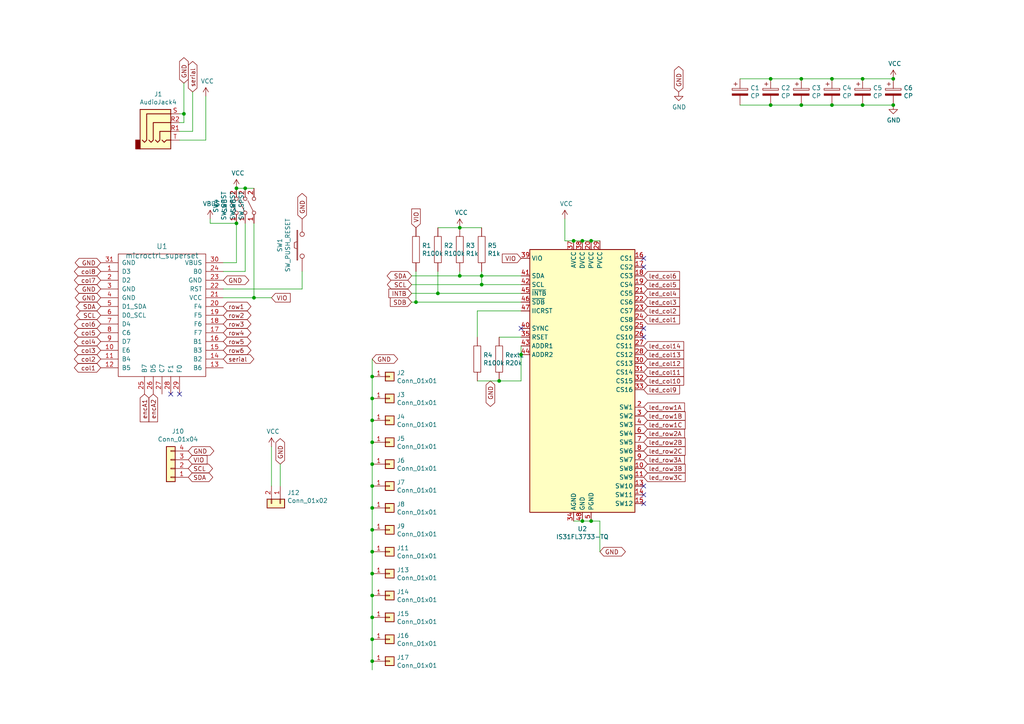
<source format=kicad_sch>
(kicad_sch (version 20211123) (generator eeschema)
  (paper "A4")
  (lib_symbols
    (symbol "Connector:AudioJack4"
      (property "Reference" "J" (at 0 8.89 0))
      (property "Value" "AudioJack4" (at 0 6.35 0))
      (symbol "AudioJack4_0_1"
        (rectangle (start -6.35 -5.08) (end -7.62 -7.62) (stroke (width 0.254)) (fill (type outline)))
        (polyline (pts (xy 0 -5.08) (xy 0.635 -5.715) (xy 1.27 -5.08) (xy 2.54 -5.08)) (stroke (width 0.254)))
        (polyline (pts (xy -5.715 -5.08) (xy -5.08 -5.715) (xy -4.445 -5.08) (xy -4.445 2.54) (xy 2.54 2.54)) (stroke (width 0.254)))
        (polyline (pts (xy -1.905 -5.08) (xy -1.27 -5.715) (xy -0.635 -5.08) (xy -0.635 -2.54) (xy 2.54 -2.54)) (stroke (width 0.254)))
        (polyline (pts (xy 2.54 0) (xy -2.54 0) (xy -2.54 -5.08) (xy -3.175 -5.715) (xy -3.81 -5.08)) (stroke (width 0.254)))
        (rectangle (start 2.54 3.81) (end -6.35 -7.62) (stroke (width 0.254)) (fill (type background)))
      )
      (symbol "AudioJack4_1_1"
        (pin passive line (at 5.08 -2.54 180) (length 2.54) (name "~") (number "R1"))
        (pin passive line (at 5.08 0 180) (length 2.54) (name "~") (number "R2"))
        (pin passive line (at 5.08 2.54 180) (length 2.54) (name "~") (number "S"))
        (pin passive line (at 5.08 -5.08 180) (length 2.54) (name "~") (number "T"))
      )
    )
    (symbol "Connector_Generic:Conn_01x01" (pin_names (offset 1.016) hide)
      (property "Reference" "J" (at 0 2.54 0))
      (property "Value" "Conn_01x01" (at 0 -2.54 0))
      (symbol "Conn_01x01_1_1"
        (rectangle (start -1.27 0.127) (end 0 -0.127) (stroke (width 0.1524)))
        (rectangle (start -1.27 1.27) (end 1.27 -1.27) (stroke (width 0.254)) (fill (type background)))
        (pin passive line (at -5.08 0 0) (length 3.81) (name "Pin_1") (number "1"))
      )
    )
    (symbol "Connector_Generic:Conn_01x02" (pin_names (offset 1.016) hide)
      (property "Reference" "J" (at 0 2.54 0))
      (property "Value" "Conn_01x02" (at 0 -5.08 0))
      (symbol "Conn_01x02_1_1"
        (rectangle (start -1.27 -2.413) (end 0 -2.667) (stroke (width 0.1524)))
        (rectangle (start -1.27 0.127) (end 0 -0.127) (stroke (width 0.1524)))
        (rectangle (start -1.27 1.27) (end 1.27 -3.81) (stroke (width 0.254)) (fill (type background)))
        (pin passive line (at -5.08 0 0) (length 3.81) (name "Pin_1") (number "1"))
        (pin passive line (at -5.08 -2.54 0) (length 3.81) (name "Pin_2") (number "2"))
      )
    )
    (symbol "Connector_Generic:Conn_01x04" (pin_names (offset 1.016) hide)
      (property "Reference" "J" (at 0 5.08 0))
      (property "Value" "Conn_01x04" (at 0 -7.62 0))
      (symbol "Conn_01x04_1_1"
        (rectangle (start -1.27 -4.953) (end 0 -5.207) (stroke (width 0.1524)))
        (rectangle (start -1.27 -2.413) (end 0 -2.667) (stroke (width 0.1524)))
        (rectangle (start -1.27 0.127) (end 0 -0.127) (stroke (width 0.1524)))
        (rectangle (start -1.27 2.667) (end 0 2.413) (stroke (width 0.1524)))
        (rectangle (start -1.27 3.81) (end 1.27 -6.35) (stroke (width 0.254)) (fill (type background)))
        (pin passive line (at -5.08 2.54 0) (length 3.81) (name "Pin_1") (number "1"))
        (pin passive line (at -5.08 0 0) (length 3.81) (name "Pin_2") (number "2"))
        (pin passive line (at -5.08 -2.54 0) (length 3.81) (name "Pin_3") (number "3"))
        (pin passive line (at -5.08 -5.08 0) (length 3.81) (name "Pin_4") (number "4"))
      )
    )
    (symbol "Device:CP" (pin_numbers hide) (pin_names (offset 0.254))
      (property "Reference" "C" (at 0.635 2.54 0))
      (property "Value" "Device_CP" (at 0.635 -2.54 0))
      (symbol "CP_0_1"
        (rectangle (start -2.286 0.508) (end 2.286 1.016))
        (polyline (pts (xy -1.778 2.286) (xy -0.762 2.286)))
        (polyline (pts (xy -1.27 2.794) (xy -1.27 1.778)))
        (rectangle (start 2.286 -0.508) (end -2.286 -1.016) (fill (type outline)))
      )
      (symbol "CP_1_1"
        (pin passive line (at 0 3.81 270) (length 2.794) (name "~") (number "1"))
        (pin passive line (at 0 -3.81 90) (length 2.794) (name "~") (number "2"))
      )
    )
    (symbol "Driver_LED:IS31FL3733-TQ"
      (property "Reference" "U" (at 0 1.27 0))
      (property "Value" "IS31FL3733-TQ" (at 0 -1.27 0))
      (symbol "IS31FL3733-TQ_0_1"
        (rectangle (start -15.24 38.1) (end 15.24 -38.1) (stroke (width 0.254)) (fill (type background)))
      )
      (symbol "IS31FL3733-TQ_1_1"
        (pin no_connect line (at -15.24 -33.02 0) (length 2.54) hide (name "NC") (number "1"))
        (pin input line (at 17.78 -25.4 180) (length 2.54) (name "SW8") (number "10"))
        (pin input line (at 17.78 -27.94 180) (length 2.54) (name "SW9") (number "11"))
        (pin passive line (at 2.54 -40.64 90) (length 2.54) hide (name "PGND") (number "12"))
        (pin input line (at 17.78 -30.48 180) (length 2.54) (name "SW10") (number "13"))
        (pin input line (at 17.78 -33.02 180) (length 2.54) (name "SW11") (number "14"))
        (pin input line (at 17.78 -35.56 180) (length 2.54) (name "SW12") (number "15"))
        (pin output line (at 17.78 35.56 180) (length 2.54) (name "CS1") (number "16"))
        (pin output line (at 17.78 33.02 180) (length 2.54) (name "CS2") (number "17"))
        (pin output line (at 17.78 30.48 180) (length 2.54) (name "CS3") (number "18"))
        (pin output line (at 17.78 27.94 180) (length 2.54) (name "CS4") (number "19"))
        (pin input line (at 17.78 -7.62 180) (length 2.54) (name "SW1") (number "2"))
        (pin power_in line (at 2.54 40.64 270) (length 2.54) (name "PVCC") (number "20"))
        (pin output line (at 17.78 25.4 180) (length 2.54) (name "CS5") (number "21"))
        (pin output line (at 17.78 22.86 180) (length 2.54) (name "CS6") (number "22"))
        (pin output line (at 17.78 20.32 180) (length 2.54) (name "CS7") (number "23"))
        (pin output line (at 17.78 17.78 180) (length 2.54) (name "CS8") (number "24"))
        (pin output line (at 17.78 15.24 180) (length 2.54) (name "CS9") (number "25"))
        (pin output line (at 17.78 12.7 180) (length 2.54) (name "CS10") (number "26"))
        (pin output line (at 17.78 10.16 180) (length 2.54) (name "CS11") (number "27"))
        (pin output line (at 17.78 7.62 180) (length 2.54) (name "CS12") (number "28"))
        (pin power_in line (at 5.08 40.64 270) (length 2.54) (name "PVCC") (number "29"))
        (pin input line (at 17.78 -10.16 180) (length 2.54) (name "SW2") (number "3"))
        (pin output line (at 17.78 5.08 180) (length 2.54) (name "CS13") (number "30"))
        (pin output line (at 17.78 2.54 180) (length 2.54) (name "CS14") (number "31"))
        (pin output line (at 17.78 0 180) (length 2.54) (name "CS15") (number "32"))
        (pin output line (at 17.78 -2.54 180) (length 2.54) (name "CS16") (number "33"))
        (pin power_in line (at -2.54 -40.64 90) (length 2.54) (name "AGND") (number "34"))
        (pin passive line (at -17.78 12.7 0) (length 2.54) (name "RSET") (number "35"))
        (pin no_connect line (at -15.24 -35.56 0) (length 2.54) hide (name "NC") (number "36"))
        (pin power_in line (at -2.54 40.64 270) (length 2.54) (name "AVCC") (number "37"))
        (pin power_in line (at 0 40.64 270) (length 2.54) (name "DVCC") (number "38"))
        (pin input line (at -17.78 35.56 0) (length 2.54) (name "VIO") (number "39"))
        (pin input line (at 17.78 -12.7 180) (length 2.54) (name "SW3") (number "4"))
        (pin input line (at -17.78 15.24 0) (length 2.54) (name "SYNC") (number "40"))
        (pin bidirectional line (at -17.78 30.48 0) (length 2.54) (name "SDA") (number "41"))
        (pin input line (at -17.78 27.94 0) (length 2.54) (name "SCL") (number "42"))
        (pin input line (at -17.78 10.16 0) (length 2.54) (name "ADDR1") (number "43"))
        (pin input line (at -17.78 7.62 0) (length 2.54) (name "ADDR2") (number "44"))
        (pin open_collector line (at -17.78 25.4 0) (length 2.54) (name "~{INTB}") (number "45"))
        (pin input line (at -17.78 22.86 0) (length 2.54) (name "~{SDB}") (number "46"))
        (pin input line (at -17.78 20.32 0) (length 2.54) (name "IICRST") (number "47"))
        (pin power_in line (at 0 -40.64 90) (length 2.54) (name "GND") (number "48"))
        (pin passive line (at 0 -40.64 90) (length 2.54) hide (name "GND") (number "49"))
        (pin power_in line (at 2.54 -40.64 90) (length 2.54) (name "PGND") (number "5"))
        (pin input line (at 17.78 -15.24 180) (length 2.54) (name "SW4") (number "6"))
        (pin input line (at 17.78 -17.78 180) (length 2.54) (name "SW5") (number "7"))
        (pin input line (at 17.78 -20.32 180) (length 2.54) (name "SW6") (number "8"))
        (pin input line (at 17.78 -22.86 180) (length 2.54) (name "SW7") (number "9"))
      )
    )
    (symbol "Switch:SW_SPST" (pin_names (offset 0) hide)
      (property "Reference" "SW" (at 0 3.175 0))
      (property "Value" "SW_SPST" (at 0 -2.54 0))
      (symbol "SW_SPST_0_0"
        (circle (center -2.032 0) (radius 0.508))
        (polyline (pts (xy -1.524 0.254) (xy 1.524 1.778)))
        (circle (center 2.032 0) (radius 0.508))
      )
      (symbol "SW_SPST_1_1"
        (pin passive line (at -5.08 0 0) (length 2.54) (name "A") (number "1"))
        (pin passive line (at 5.08 0 180) (length 2.54) (name "B") (number "2"))
      )
    )
    (symbol "keyboard_parts:SW_PUSH" (pin_numbers hide) (pin_names (offset 1.016) hide)
      (property "Reference" "SW" (at 3.81 2.794 0))
      (property "Value" "keyboard_parts_SW_PUSH" (at 0 -2.032 0))
      (symbol "SW_PUSH_0_1"
        (rectangle (start -4.318 1.27) (end 4.318 1.524))
        (polyline (pts (xy -1.016 1.524) (xy -0.762 2.286) (xy 0.762 2.286) (xy 1.016 1.524)))
        (pin passive inverted (at -7.62 0 0) (length 5.08) (name "1") (number "1"))
        (pin passive inverted (at 7.62 0 180) (length 5.08) (name "2") (number "2"))
      )
    )
    (symbol "power:GND" (power) (pin_names (offset 0))
      (property "Value" "GND" (at 0 -3.81 0))
      (symbol "GND_0_1"
        (polyline (pts (xy 0 0) (xy 0 -1.27) (xy 1.27 -1.27) (xy 0 -2.54) (xy -1.27 -1.27) (xy 0 -1.27)))
      )
      (symbol "GND_1_1"
        (pin power_in line (at 0 0 270) (length 0) hide (name "GND") (number "1"))
      )
    )
    (symbol "power:VBUS" (power) (pin_names (offset 0))
      (property "Value" "VBUS" (at 0 3.81 0))
      (symbol "VBUS_0_1"
        (polyline (pts (xy -0.762 1.27) (xy 0 2.54)))
        (polyline (pts (xy 0 0) (xy 0 2.54)))
        (polyline (pts (xy 0 2.54) (xy 0.762 1.27)))
      )
      (symbol "VBUS_1_1"
        (pin power_in line (at 0 0 90) (length 0) hide (name "VBUS") (number "1"))
      )
    )
    (symbol "power:VCC" (power) (pin_names (offset 0))
      (property "Value" "VCC" (at 0 3.81 0))
      (symbol "VCC_0_1"
        (polyline (pts (xy -0.762 1.27) (xy 0 2.54)))
        (polyline (pts (xy 0 0) (xy 0 2.54)))
        (polyline (pts (xy 0 2.54) (xy 0.762 1.27)))
      )
      (symbol "VCC_1_1"
        (pin power_in line (at 0 0 90) (length 0) hide (name "VCC") (number "1"))
      )
    )
    (symbol "pspice:R" (pin_numbers hide) (pin_names (offset 0))
      (property "Reference" "R" (at 2.032 0 90))
      (property "Value" "R" (at 0 0 90))
      (symbol "R_0_1"
        (rectangle (start -1.016 3.81) (end 1.016 -3.81))
      )
      (symbol "R_1_1"
        (pin passive line (at 0 6.35 270) (length 2.54) (name "~") (number "1"))
        (pin passive line (at 0 -6.35 90) (length 2.54) (name "~") (number "2"))
      )
    )
    (symbol "vladkvit_keyb:microctrl_superset" (pin_names (offset 1.016))
      (property "Reference" "U" (at 0 26.67 0))
      (property "Value" "microctrl_superset" (at 0 -5.08 0))
      (symbol "microctrl_superset_0_1"
        (rectangle (start -12.7 24.13) (end 12.7 -11.43))
      )
      (symbol "microctrl_superset_1_1"
        (pin bidirectional line (at -17.78 19.05 0) (length 5.08) (name "D3") (number "1"))
        (pin bidirectional line (at -17.78 -3.81 0) (length 5.08) (name "E6") (number "10"))
        (pin bidirectional line (at -17.78 -6.35 0) (length 5.08) (name "B4") (number "11"))
        (pin bidirectional line (at -17.78 -8.89 0) (length 5.08) (name "B5") (number "12"))
        (pin bidirectional line (at 17.78 -8.89 180) (length 5.08) (name "B6") (number "13"))
        (pin bidirectional line (at 17.78 -6.35 180) (length 5.08) (name "B2") (number "14"))
        (pin bidirectional line (at 17.78 -3.81 180) (length 5.08) (name "B3") (number "15"))
        (pin bidirectional line (at 17.78 -1.27 180) (length 5.08) (name "B1") (number "16"))
        (pin bidirectional line (at 17.78 1.27 180) (length 5.08) (name "F7") (number "17"))
        (pin bidirectional line (at 17.78 3.81 180) (length 5.08) (name "F6") (number "18"))
        (pin bidirectional line (at 17.78 6.35 180) (length 5.08) (name "F5") (number "19"))
        (pin bidirectional line (at -17.78 16.51 0) (length 5.08) (name "D2") (number "2"))
        (pin bidirectional line (at 17.78 8.89 180) (length 5.08) (name "F4") (number "20"))
        (pin power_in line (at 17.78 11.43 180) (length 5.08) (name "VCC") (number "21"))
        (pin input line (at 17.78 13.97 180) (length 5.08) (name "RST") (number "22"))
        (pin power_in line (at 17.78 16.51 180) (length 5.08) (name "GND") (number "23"))
        (pin bidirectional line (at 17.78 19.05 180) (length 5.08) (name "B0") (number "24"))
        (pin bidirectional line (at -5.08 -16.51 90) (length 5.08) (name "B7") (number "25"))
        (pin bidirectional line (at -2.54 -16.51 90) (length 5.08) (name "D5") (number "26"))
        (pin bidirectional line (at 0 -16.51 90) (length 5.08) (name "C7") (number "27"))
        (pin bidirectional line (at 2.54 -16.51 90) (length 5.08) (name "F1") (number "28"))
        (pin bidirectional line (at 5.08 -16.51 90) (length 5.08) (name "F0") (number "29"))
        (pin power_in line (at -17.78 13.97 0) (length 5.08) (name "GND") (number "3"))
        (pin power_out line (at 17.78 21.59 180) (length 5.08) (name "VBUS") (number "30"))
        (pin power_in line (at -17.78 21.59 0) (length 5.08) (name "GND") (number "31"))
        (pin power_in line (at -17.78 11.43 0) (length 5.08) (name "GND") (number "4"))
        (pin bidirectional line (at -17.78 8.89 0) (length 5.08) (name "D1_SDA") (number "5"))
        (pin bidirectional line (at -17.78 6.35 0) (length 5.08) (name "D0_SCL") (number "6"))
        (pin bidirectional line (at -17.78 3.81 0) (length 5.08) (name "D4") (number "7"))
        (pin bidirectional line (at -17.78 1.27 0) (length 5.08) (name "C6") (number "8"))
        (pin bidirectional line (at -17.78 -1.27 0) (length 5.08) (name "D7") (number "9"))
      )
    )
  )
  (junction (at 107.95 160.02))
  (junction (at 241.3 30.48))
  (junction (at 107.95 179.07))
  (junction (at 232.41 30.48))
  (junction (at 168.91 69.85))
  (junction (at 133.35 66.04))
  (junction (at 68.58 54.61))
  (junction (at 53.34 33.02))
  (junction (at 107.95 153.67))
  (junction (at 133.35 80.01))
  (junction (at 107.95 121.92))
  (junction (at 168.91 151.13))
  (junction (at 107.95 185.42))
  (junction (at 223.52 22.86))
  (junction (at 232.41 22.86))
  (junction (at 107.95 115.57))
  (junction (at 127 85.09))
  (junction (at 171.45 151.13))
  (junction (at 139.7 80.01))
  (junction (at 259.08 22.86))
  (junction (at 250.19 22.86))
  (junction (at 151.13 102.87))
  (junction (at 107.95 172.72))
  (junction (at 107.95 147.32))
  (junction (at 107.95 134.62))
  (junction (at 120.65 87.63))
  (junction (at 241.3 22.86))
  (junction (at 73.66 86.36))
  (junction (at 107.95 191.77))
  (junction (at 139.7 82.55))
  (junction (at 71.12 54.61))
  (junction (at 166.37 69.85))
  (junction (at 250.19 30.48))
  (junction (at 68.58 64.77))
  (junction (at 107.95 109.22))
  (junction (at 144.78 110.49))
  (junction (at 259.08 30.48))
  (junction (at 171.45 69.85))
  (junction (at 107.95 166.37))
  (junction (at 107.95 140.97))
  (junction (at 223.52 30.48))
  (junction (at 107.95 128.27))
  (no_connect (at 186.69 97.79))
  (no_connect (at 186.69 146.05))
  (no_connect (at 151.13 95.25))
  (no_connect (at 186.69 143.51))
  (no_connect (at 186.69 77.47))
  (no_connect (at 186.69 95.25))
  (no_connect (at 49.53 114.3))
  (no_connect (at 52.07 114.3))
  (no_connect (at 186.69 140.97))
  (no_connect (at 186.69 74.93))
  (wire (pts (xy 53.34 24.13) (xy 53.34 33.02)))
  (wire (pts (xy 127 78.74) (xy 127 85.09)))
  (wire (pts (xy 250.19 22.86) (xy 259.08 22.86)))
  (wire (pts (xy 138.43 110.49) (xy 144.78 110.49)))
  (wire (pts (xy 151.13 100.33) (xy 151.13 102.87)))
  (wire (pts (xy 119.38 87.63) (xy 120.65 87.63)))
  (wire (pts (xy 107.95 134.62) (xy 107.95 140.97)))
  (wire (pts (xy 107.95 115.57) (xy 107.95 121.92)))
  (wire (pts (xy 64.77 83.82) (xy 87.63 83.82)))
  (wire (pts (xy 64.77 86.36) (xy 73.66 86.36)))
  (wire (pts (xy 171.45 151.13) (xy 173.99 151.13)))
  (wire (pts (xy 73.66 86.36) (xy 78.74 86.36)))
  (wire (pts (xy 60.96 63.5) (xy 60.96 64.77)))
  (wire (pts (xy 59.69 27.94) (xy 59.69 40.64)))
  (wire (pts (xy 107.95 128.27) (xy 107.95 134.62)))
  (wire (pts (xy 107.95 121.92) (xy 107.95 128.27)))
  (wire (pts (xy 151.13 97.79) (xy 144.78 97.79)))
  (wire (pts (xy 171.45 69.85) (xy 173.99 69.85)))
  (wire (pts (xy 53.34 35.56) (xy 52.07 35.56)))
  (wire (pts (xy 71.12 54.61) (xy 73.66 54.61)))
  (wire (pts (xy 214.63 30.48) (xy 223.52 30.48)))
  (wire (pts (xy 107.95 153.67) (xy 107.95 160.02)))
  (wire (pts (xy 163.83 63.5) (xy 163.83 69.85)))
  (wire (pts (xy 163.83 69.85) (xy 166.37 69.85)))
  (wire (pts (xy 60.96 64.77) (xy 68.58 64.77)))
  (wire (pts (xy 107.95 109.22) (xy 107.95 115.57)))
  (wire (pts (xy 223.52 30.48) (xy 232.41 30.48)))
  (wire (pts (xy 138.43 90.17) (xy 138.43 97.79)))
  (wire (pts (xy 223.52 22.86) (xy 232.41 22.86)))
  (wire (pts (xy 73.66 64.77) (xy 73.66 86.36)))
  (wire (pts (xy 68.58 76.2) (xy 68.58 64.77)))
  (wire (pts (xy 53.34 33.02) (xy 52.07 33.02)))
  (wire (pts (xy 71.12 64.77) (xy 71.12 78.74)))
  (wire (pts (xy 107.95 191.77) (xy 107.95 194.31)))
  (wire (pts (xy 107.95 166.37) (xy 107.95 172.72)))
  (wire (pts (xy 151.13 110.49) (xy 144.78 110.49)))
  (wire (pts (xy 166.37 151.13) (xy 168.91 151.13)))
  (wire (pts (xy 120.65 78.74) (xy 120.65 87.63)))
  (wire (pts (xy 64.77 78.74) (xy 71.12 78.74)))
  (wire (pts (xy 133.35 78.74) (xy 133.35 80.01)))
  (wire (pts (xy 166.37 69.85) (xy 168.91 69.85)))
  (wire (pts (xy 139.7 80.01) (xy 151.13 80.01)))
  (wire (pts (xy 214.63 22.86) (xy 223.52 22.86)))
  (wire (pts (xy 68.58 54.61) (xy 71.12 54.61)))
  (wire (pts (xy 168.91 69.85) (xy 171.45 69.85)))
  (wire (pts (xy 133.35 80.01) (xy 139.7 80.01)))
  (wire (pts (xy 119.38 80.01) (xy 133.35 80.01)))
  (wire (pts (xy 107.95 179.07) (xy 107.95 185.42)))
  (wire (pts (xy 151.13 90.17) (xy 138.43 90.17)))
  (wire (pts (xy 107.95 172.72) (xy 107.95 179.07)))
  (wire (pts (xy 120.65 87.63) (xy 151.13 87.63)))
  (wire (pts (xy 52.07 40.64) (xy 59.69 40.64)))
  (wire (pts (xy 64.77 76.2) (xy 68.58 76.2)))
  (wire (pts (xy 139.7 78.74) (xy 139.7 80.01)))
  (wire (pts (xy 87.63 83.82) (xy 87.63 78.74)))
  (wire (pts (xy 81.28 134.62) (xy 81.28 140.97)))
  (wire (pts (xy 107.95 160.02) (xy 107.95 166.37)))
  (wire (pts (xy 139.7 80.01) (xy 139.7 82.55)))
  (wire (pts (xy 168.91 151.13) (xy 171.45 151.13)))
  (wire (pts (xy 232.41 22.86) (xy 241.3 22.86)))
  (wire (pts (xy 139.7 82.55) (xy 151.13 82.55)))
  (wire (pts (xy 241.3 30.48) (xy 250.19 30.48)))
  (wire (pts (xy 107.95 104.14) (xy 107.95 109.22)))
  (wire (pts (xy 52.07 38.1) (xy 55.88 38.1)))
  (wire (pts (xy 107.95 140.97) (xy 107.95 147.32)))
  (wire (pts (xy 151.13 102.87) (xy 151.13 110.49)))
  (wire (pts (xy 139.7 66.04) (xy 133.35 66.04)))
  (wire (pts (xy 232.41 30.48) (xy 241.3 30.48)))
  (wire (pts (xy 53.34 33.02) (xy 53.34 35.56)))
  (wire (pts (xy 107.95 147.32) (xy 107.95 153.67)))
  (wire (pts (xy 78.74 129.54) (xy 78.74 140.97)))
  (wire (pts (xy 107.95 185.42) (xy 107.95 191.77)))
  (wire (pts (xy 55.88 38.1) (xy 55.88 26.67)))
  (wire (pts (xy 133.35 66.04) (xy 127 66.04)))
  (wire (pts (xy 127 85.09) (xy 151.13 85.09)))
  (wire (pts (xy 119.38 85.09) (xy 127 85.09)))
  (wire (pts (xy 241.3 22.86) (xy 250.19 22.86)))
  (wire (pts (xy 250.19 30.48) (xy 259.08 30.48)))
  (wire (pts (xy 119.38 82.55) (xy 139.7 82.55)))
  (wire (pts (xy 173.99 151.13) (xy 173.99 160.02)))
  (global_label "GND" (shape bidirectional) (at 64.77 81.28 0) (property "Intersheet References" "${INTERSHEET_REFS}" (effects hide)))
  (global_label "led_col2" (shape input) (at 186.69 90.17 0) (property "Intersheet References" "${INTERSHEET_REFS}" (effects hide)))
  (global_label "led_col12" (shape input) (at 186.69 105.41 0) (property "Intersheet References" "${INTERSHEET_REFS}" (effects hide)))
  (global_label "GND" (shape bidirectional) (at 196.85 26.67 90) (property "Intersheet References" "${INTERSHEET_REFS}" (effects hide)))
  (global_label "VIO" (shape input) (at 54.61 133.35 0) (property "Intersheet References" "${INTERSHEET_REFS}" (effects hide)))
  (global_label "col2" (shape bidirectional) (at 29.21 104.14 180) (property "Intersheet References" "${INTERSHEET_REFS}" (effects hide)))
  (global_label "GND" (shape bidirectional) (at 29.21 76.2 180) (property "Intersheet References" "${INTERSHEET_REFS}" (effects hide)))
  (global_label "led_col11" (shape input) (at 186.69 107.95 0) (property "Intersheet References" "${INTERSHEET_REFS}" (effects hide)))
  (global_label "SDA" (shape bidirectional) (at 54.61 138.43 0) (property "Intersheet References" "${INTERSHEET_REFS}" (effects hide)))
  (global_label "col8" (shape bidirectional) (at 29.21 78.74 180) (property "Intersheet References" "${INTERSHEET_REFS}" (effects hide)))
  (global_label "led_row2C" (shape input) (at 186.69 130.81 0) (property "Intersheet References" "${INTERSHEET_REFS}" (effects hide)))
  (global_label "GND" (shape bidirectional) (at 142.24 110.49 270) (property "Intersheet References" "${INTERSHEET_REFS}" (effects hide)))
  (global_label "row1" (shape bidirectional) (at 64.77 88.9 0) (property "Intersheet References" "${INTERSHEET_REFS}" (effects hide)))
  (global_label "led_row1B" (shape input) (at 186.69 120.65 0) (property "Intersheet References" "${INTERSHEET_REFS}" (effects hide)))
  (global_label "GND" (shape bidirectional) (at 81.28 134.62 90) (property "Intersheet References" "${INTERSHEET_REFS}" (effects hide)))
  (global_label "serial" (shape bidirectional) (at 55.88 26.67 90) (property "Intersheet References" "${INTERSHEET_REFS}" (effects hide)))
  (global_label "GND" (shape bidirectional) (at 29.21 83.82 180) (property "Intersheet References" "${INTERSHEET_REFS}" (effects hide)))
  (global_label "led_col6" (shape input) (at 186.69 80.01 0) (property "Intersheet References" "${INTERSHEET_REFS}" (effects hide)))
  (global_label "led_col10" (shape input) (at 186.69 110.49 0) (property "Intersheet References" "${INTERSHEET_REFS}" (effects hide)))
  (global_label "SCL" (shape bidirectional) (at 119.38 82.55 180) (property "Intersheet References" "${INTERSHEET_REFS}" (effects hide)))
  (global_label "SCL" (shape bidirectional) (at 29.21 91.44 180) (property "Intersheet References" "${INTERSHEET_REFS}" (effects hide)))
  (global_label "row3" (shape bidirectional) (at 64.77 93.98 0) (property "Intersheet References" "${INTERSHEET_REFS}" (effects hide)))
  (global_label "row2" (shape bidirectional) (at 64.77 91.44 0) (property "Intersheet References" "${INTERSHEET_REFS}" (effects hide)))
  (global_label "GND" (shape bidirectional) (at 87.63 63.5 90) (property "Intersheet References" "${INTERSHEET_REFS}" (effects hide)))
  (global_label "led_col1" (shape input) (at 186.69 92.71 0) (property "Intersheet References" "${INTERSHEET_REFS}" (effects hide)))
  (global_label "row4" (shape bidirectional) (at 64.77 96.52 0) (property "Intersheet References" "${INTERSHEET_REFS}" (effects hide)))
  (global_label "row5" (shape bidirectional) (at 64.77 99.06 0) (property "Intersheet References" "${INTERSHEET_REFS}" (effects hide)))
  (global_label "col1" (shape bidirectional) (at 29.21 106.68 180) (property "Intersheet References" "${INTERSHEET_REFS}" (effects hide)))
  (global_label "led_col9" (shape input) (at 186.69 113.03 0) (property "Intersheet References" "${INTERSHEET_REFS}" (effects hide)))
  (global_label "GND" (shape bidirectional) (at 29.21 86.36 180) (property "Intersheet References" "${INTERSHEET_REFS}" (effects hide)))
  (global_label "GND" (shape bidirectional) (at 54.61 130.81 0) (property "Intersheet References" "${INTERSHEET_REFS}" (effects hide)))
  (global_label "GND" (shape bidirectional) (at 107.95 104.14 0) (property "Intersheet References" "${INTERSHEET_REFS}" (effects hide)))
  (global_label "led_row3B" (shape input) (at 186.69 135.89 0) (property "Intersheet References" "${INTERSHEET_REFS}" (effects hide)))
  (global_label "led_col13" (shape input) (at 186.69 102.87 0) (property "Intersheet References" "${INTERSHEET_REFS}" (effects hide)))
  (global_label "GND" (shape bidirectional) (at 53.34 24.13 90) (property "Intersheet References" "${INTERSHEET_REFS}" (effects hide)))
  (global_label "led_col4" (shape input) (at 186.69 85.09 0) (property "Intersheet References" "${INTERSHEET_REFS}" (effects hide)))
  (global_label "col5" (shape bidirectional) (at 29.21 96.52 180) (property "Intersheet References" "${INTERSHEET_REFS}" (effects hide)))
  (global_label "led_col3" (shape input) (at 186.69 87.63 0) (property "Intersheet References" "${INTERSHEET_REFS}" (effects hide)))
  (global_label "SDA" (shape bidirectional) (at 119.38 80.01 180) (property "Intersheet References" "${INTERSHEET_REFS}" (effects hide)))
  (global_label "encA1" (shape input) (at 41.91 114.3 270) (property "Intersheet References" "${INTERSHEET_REFS}" (effects hide)))
  (global_label "col4" (shape bidirectional) (at 29.21 99.06 180) (property "Intersheet References" "${INTERSHEET_REFS}" (effects hide)))
  (global_label "INTB" (shape input) (at 119.38 85.09 180) (property "Intersheet References" "${INTERSHEET_REFS}" (effects hide)))
  (global_label "led_row2B" (shape input) (at 186.69 128.27 0) (property "Intersheet References" "${INTERSHEET_REFS}" (effects hide)))
  (global_label "led_row3A" (shape input) (at 186.69 133.35 0) (property "Intersheet References" "${INTERSHEET_REFS}" (effects hide)))
  (global_label "VIO" (shape input) (at 78.74 86.36 0) (property "Intersheet References" "${INTERSHEET_REFS}" (effects hide)))
  (global_label "led_row3C" (shape input) (at 186.69 138.43 0) (property "Intersheet References" "${INTERSHEET_REFS}" (effects hide)))
  (global_label "SDA" (shape bidirectional) (at 29.21 88.9 180) (property "Intersheet References" "${INTERSHEET_REFS}" (effects hide)))
  (global_label "led_row2A" (shape input) (at 186.69 125.73 0) (property "Intersheet References" "${INTERSHEET_REFS}" (effects hide)))
  (global_label "led_col14" (shape input) (at 186.69 100.33 0) (property "Intersheet References" "${INTERSHEET_REFS}" (effects hide)))
  (global_label "led_row1C" (shape input) (at 186.69 123.19 0) (property "Intersheet References" "${INTERSHEET_REFS}" (effects hide)))
  (global_label "col6" (shape bidirectional) (at 29.21 93.98 180) (property "Intersheet References" "${INTERSHEET_REFS}" (effects hide)))
  (global_label "led_row1A" (shape input) (at 186.69 118.11 0) (property "Intersheet References" "${INTERSHEET_REFS}" (effects hide)))
  (global_label "led_col5" (shape input) (at 186.69 82.55 0) (property "Intersheet References" "${INTERSHEET_REFS}" (effects hide)))
  (global_label "SCL" (shape bidirectional) (at 54.61 135.89 0) (property "Intersheet References" "${INTERSHEET_REFS}" (effects hide)))
  (global_label "SDB" (shape input) (at 119.38 87.63 180) (property "Intersheet References" "${INTERSHEET_REFS}" (effects hide)))
  (global_label "row6" (shape bidirectional) (at 64.77 101.6 0) (property "Intersheet References" "${INTERSHEET_REFS}" (effects hide)))
  (global_label "col7" (shape bidirectional) (at 29.21 81.28 180) (property "Intersheet References" "${INTERSHEET_REFS}" (effects hide)))
  (global_label "serial" (shape bidirectional) (at 64.77 104.14 0) (property "Intersheet References" "${INTERSHEET_REFS}" (effects hide)))
  (global_label "VIO" (shape input) (at 151.13 74.93 180) (property "Intersheet References" "${INTERSHEET_REFS}" (effects hide)))
  (global_label "encA2" (shape input) (at 44.45 114.3 270) (property "Intersheet References" "${INTERSHEET_REFS}" (effects hide)))
  (global_label "GND" (shape bidirectional) (at 173.99 160.02 0) (property "Intersheet References" "${INTERSHEET_REFS}" (effects hide)))
  (global_label "col3" (shape bidirectional) (at 29.21 101.6 180) (property "Intersheet References" "${INTERSHEET_REFS}" (effects hide)))
  (global_label "VIO" (shape input) (at 120.65 66.04 90) (property "Intersheet References" "${INTERSHEET_REFS}" (effects hide)))
  (symbol (lib_id "Driver_LED:IS31FL3733-TQ") (at 168.91 110.49 0) (unit 1)
    (property "Reference" "U2" (at 168.91 153.3906 0))
    (property "Value" "IS31FL3733-TQ" (at 168.91 155.702 0))
    (property "Footprint" "Package_QFP:TQFP-48-1EP_7x7mm_P0.5mm_EP5x5mm" (effects hide))
    (property "Datasheet" "http://www.issi.com/WW/pdf/IS31FL3733.pdf" (effects hide))
  )
  (symbol (lib_id "vladkvit_keyb:microctrl_superset") (at 46.99 97.79 0) (unit 1)
    (property "Reference" "U1" (at 46.99 71.4502 0) (effects (font (size 1.524 1.524))))
    (property "Value" "microctrl_superset" (at 46.99 74.1426 0) (effects (font (size 1.524 1.524))))
    (property "Footprint" "vladkvit_keyb:microcontroller_eliteC_ninenano" (effects hide))
  )
  (symbol (lib_id "Device:CP") (at 259.08 26.67 0) (unit 1)
    (property "Reference" "C6" (at 262.0772 25.5016 0) (effects (justify left)))
    (property "Value" "CP" (at 262.0772 27.813 0) (effects (justify left)))
    (property "Footprint" "Capacitor_SMD:C_0805_2012Metric_Pad1.15x1.40mm_HandSolder" (effects hide))
  )
  (symbol (lib_id "Connector:AudioJack4") (at 46.99 35.56 0) (unit 1)
    (property "Reference" "J1" (at 45.8978 27.305 0))
    (property "Value" "AudioJack4" (at 45.8978 29.6164 0))
    (property "Footprint" "vladkvit_keyb:TRRS-PJ-320D" (effects hide))
  )
  (symbol (lib_id "keyboard_parts:SW_PUSH") (at 87.63 71.12 90) (unit 1)
    (property "Reference" "SW1" (at 81.153 71.12 0))
    (property "Value" "SW_PUSH_RESET" (at 83.4644 71.12 0))
    (property "Footprint" "Button_Switch_SMD:SW_Push_1P1T_NO_CK_KMR2" (effects hide))
  )
  (symbol (lib_id "power:GND") (at 196.85 26.67 0) (unit 1)
    (property "Reference" "#PWR0101" (effects hide))
    (property "Value" "GND" (at 196.977 31.0642 0))
  )
  (symbol (lib_id "power:VCC") (at 163.83 63.5 0) (unit 1)
    (property "Reference" "#PWR0102" (effects hide))
    (property "Value" "VCC" (at 164.2618 59.1058 0))
  )
  (symbol (lib_id "power:VCC") (at 68.58 54.61 0) (unit 1)
    (property "Reference" "#PWR0103" (effects hide))
    (property "Value" "VCC" (at 69.0118 50.2158 0))
  )
  (symbol (lib_id "power:VCC") (at 259.08 22.86 0) (unit 1)
    (property "Reference" "#PWR0104" (effects hide))
    (property "Value" "VCC" (at 259.5118 18.4658 0))
  )
  (symbol (lib_id "power:GND") (at 259.08 30.48 0) (unit 1)
    (property "Reference" "#PWR0105" (effects hide))
    (property "Value" "GND" (at 259.207 34.8742 0))
  )
  (symbol (lib_id "power:VCC") (at 133.35 66.04 0) (unit 1)
    (property "Reference" "#PWR0106" (effects hide))
    (property "Value" "VCC" (at 133.7818 61.6458 0))
  )
  (symbol (lib_id "pspice:R") (at 133.35 72.39 0) (unit 1)
    (property "Reference" "R3" (at 135.0772 71.2216 0) (effects (justify left)))
    (property "Value" "R1k" (at 135.0772 73.533 0) (effects (justify left)))
    (property "Footprint" "Resistor_SMD:R_0603_1608Metric_Pad1.05x0.95mm_HandSolder" (effects hide))
  )
  (symbol (lib_id "pspice:R") (at 139.7 72.39 0) (unit 1)
    (property "Reference" "R5" (at 141.4272 71.2216 0) (effects (justify left)))
    (property "Value" "R1k" (at 141.4272 73.533 0) (effects (justify left)))
    (property "Footprint" "Resistor_SMD:R_0603_1608Metric_Pad1.05x0.95mm_HandSolder" (effects hide))
  )
  (symbol (lib_id "Device:CP") (at 250.19 26.67 0) (unit 1)
    (property "Reference" "C5" (at 253.1872 25.5016 0) (effects (justify left)))
    (property "Value" "CP" (at 253.1872 27.813 0) (effects (justify left)))
    (property "Footprint" "Capacitor_SMD:C_0805_2012Metric_Pad1.15x1.40mm_HandSolder" (effects hide))
  )
  (symbol (lib_id "Device:CP") (at 241.3 26.67 0) (unit 1)
    (property "Reference" "C4" (at 244.2972 25.5016 0) (effects (justify left)))
    (property "Value" "CP" (at 244.2972 27.813 0) (effects (justify left)))
    (property "Footprint" "Capacitor_SMD:C_0805_2012Metric_Pad1.15x1.40mm_HandSolder" (effects hide))
  )
  (symbol (lib_id "Device:CP") (at 232.41 26.67 0) (unit 1)
    (property "Reference" "C3" (at 235.4072 25.5016 0) (effects (justify left)))
    (property "Value" "CP" (at 235.4072 27.813 0) (effects (justify left)))
    (property "Footprint" "Capacitor_SMD:C_0805_2012Metric_Pad1.15x1.40mm_HandSolder" (effects hide))
  )
  (symbol (lib_id "Device:CP") (at 223.52 26.67 0) (unit 1)
    (property "Reference" "C2" (at 226.5172 25.5016 0) (effects (justify left)))
    (property "Value" "CP" (at 226.5172 27.813 0) (effects (justify left)))
    (property "Footprint" "Capacitor_SMD:C_0805_2012Metric_Pad1.15x1.40mm_HandSolder" (effects hide))
  )
  (symbol (lib_id "Device:CP") (at 214.63 26.67 0) (unit 1)
    (property "Reference" "C1" (at 217.6272 25.5016 0) (effects (justify left)))
    (property "Value" "CP" (at 217.6272 27.813 0) (effects (justify left)))
    (property "Footprint" "Capacitor_SMD:C_0805_2012Metric_Pad1.15x1.40mm_HandSolder" (effects hide))
  )
  (symbol (lib_id "pspice:R") (at 144.78 104.14 0) (unit 1)
    (property "Reference" "Rext1" (at 146.5072 102.9716 0) (effects (justify left)))
    (property "Value" "R20k" (at 146.5072 105.283 0) (effects (justify left)))
    (property "Footprint" "Resistor_SMD:R_0603_1608Metric_Pad1.05x0.95mm_HandSolder" (effects hide))
  )
  (symbol (lib_id "pspice:R") (at 138.43 104.14 0) (unit 1)
    (property "Reference" "R4" (at 140.1572 102.9716 0) (effects (justify left)))
    (property "Value" "R100k" (at 140.1572 105.283 0) (effects (justify left)))
    (property "Footprint" "Resistor_SMD:R_0603_1608Metric_Pad1.05x0.95mm_HandSolder" (effects hide))
  )
  (symbol (lib_id "pspice:R") (at 127 72.39 0) (unit 1)
    (property "Reference" "R2" (at 128.7272 71.2216 0) (effects (justify left)))
    (property "Value" "R100k" (at 128.7272 73.533 0) (effects (justify left)))
    (property "Footprint" "Resistor_SMD:R_0603_1608Metric_Pad1.05x0.95mm_HandSolder" (effects hide))
  )
  (symbol (lib_id "pspice:R") (at 120.65 72.39 0) (unit 1)
    (property "Reference" "R1" (at 122.3772 71.2216 0) (effects (justify left)))
    (property "Value" "R100k" (at 122.3772 73.533 0) (effects (justify left)))
    (property "Footprint" "Resistor_SMD:R_0603_1608Metric_Pad1.05x0.95mm_HandSolder" (effects hide))
  )
  (symbol (lib_id "power:VCC") (at 59.69 27.94 0) (unit 1)
    (property "Reference" "#PWR0107" (effects hide))
    (property "Value" "VCC" (at 60.1218 23.5458 0))
  )
  (symbol (lib_id "Connector_Generic:Conn_01x01") (at 113.03 109.22 0) (unit 1)
    (property "Reference" "J2" (at 115.062 108.1532 0) (effects (justify left)))
    (property "Value" "Conn_01x01" (at 115.062 110.4646 0) (effects (justify left)))
    (property "Footprint" "vladkvit_keyb:SMTSO_mount_m2.5" (effects hide))
  )
  (symbol (lib_id "Connector_Generic:Conn_01x01") (at 113.03 115.57 0) (unit 1)
    (property "Reference" "J3" (at 115.062 114.5032 0) (effects (justify left)))
    (property "Value" "Conn_01x01" (at 115.062 116.8146 0) (effects (justify left)))
    (property "Footprint" "vladkvit_keyb:SMTSO_mount_m2.5" (effects hide))
  )
  (symbol (lib_id "Connector_Generic:Conn_01x01") (at 113.03 121.92 0) (unit 1)
    (property "Reference" "J4" (at 115.062 120.8532 0) (effects (justify left)))
    (property "Value" "Conn_01x01" (at 115.062 123.1646 0) (effects (justify left)))
    (property "Footprint" "vladkvit_keyb:m2.5_hole" (effects hide))
  )
  (symbol (lib_id "Connector_Generic:Conn_01x01") (at 113.03 134.62 0) (unit 1)
    (property "Reference" "J6" (at 115.062 133.5532 0) (effects (justify left)))
    (property "Value" "Conn_01x01" (at 115.062 135.8646 0) (effects (justify left)))
    (property "Footprint" "vladkvit_keyb:SMTSO_mount_m2.5" (effects hide))
  )
  (symbol (lib_id "Connector_Generic:Conn_01x01") (at 113.03 147.32 0) (unit 1)
    (property "Reference" "J8" (at 115.062 146.2532 0) (effects (justify left)))
    (property "Value" "Conn_01x01" (at 115.062 148.5646 0) (effects (justify left)))
    (property "Footprint" "vladkvit_keyb:m2.5_hole" (effects hide))
  )
  (symbol (lib_id "Connector_Generic:Conn_01x01") (at 113.03 128.27 0) (unit 1)
    (property "Reference" "J5" (at 115.062 127.2032 0) (effects (justify left)))
    (property "Value" "Conn_01x01" (at 115.062 129.5146 0) (effects (justify left)))
    (property "Footprint" "vladkvit_keyb:SMTSO_mount_m2.5" (effects hide))
  )
  (symbol (lib_id "Connector_Generic:Conn_01x01") (at 113.03 140.97 0) (unit 1)
    (property "Reference" "J7" (at 115.062 139.9032 0) (effects (justify left)))
    (property "Value" "Conn_01x01" (at 115.062 142.2146 0) (effects (justify left)))
    (property "Footprint" "vladkvit_keyb:SMTSO_mount_m2.5" (effects hide))
  )
  (symbol (lib_id "Connector_Generic:Conn_01x01") (at 113.03 153.67 0) (unit 1)
    (property "Reference" "J9" (at 115.062 152.6032 0) (effects (justify left)))
    (property "Value" "Conn_01x01" (at 115.062 154.9146 0) (effects (justify left)))
    (property "Footprint" "vladkvit_keyb:SMTSO_mount_m2.5" (effects hide))
  )
  (symbol (lib_id "Connector_Generic:Conn_01x04") (at 49.53 135.89 180) (unit 1)
    (property "Reference" "J10" (at 51.6128 125.095 0))
    (property "Value" "Conn_01x04" (at 51.6128 127.4064 0))
    (property "Footprint" "Connector_PinHeader_2.54mm:PinHeader_1x04_P2.54mm_Vertical" (effects hide))
  )
  (symbol (lib_id "power:VBUS") (at 60.96 63.5 0) (unit 1)
    (property "Reference" "#PWR0109" (effects hide))
    (property "Value" "VBUS" (at 61.341 59.1058 0))
  )
  (symbol (lib_id "Connector_Generic:Conn_01x02") (at 81.28 146.05 270) (unit 1)
    (property "Reference" "J12" (at 83.312 142.9004 90) (effects (justify left)))
    (property "Value" "Conn_01x02" (at 83.312 145.2118 90) (effects (justify left)))
    (property "Footprint" "vladkvit_keyb:battery_solder_point" (effects hide))
  )
  (symbol (lib_id "power:VCC") (at 78.74 129.54 0) (unit 1)
    (property "Reference" "#PWR0110" (effects hide))
    (property "Value" "VCC" (at 79.1718 125.1458 0))
  )
  (symbol (lib_id "Connector_Generic:Conn_01x01") (at 113.03 160.02 0) (unit 1)
    (property "Reference" "J11" (at 115.062 158.9532 0) (effects (justify left)))
    (property "Value" "Conn_01x01" (at 115.062 161.2646 0) (effects (justify left)))
    (property "Footprint" "vladkvit_keyb:SMTSO_mount_m2.5" (effects hide))
  )
  (symbol (lib_id "Connector_Generic:Conn_01x01") (at 113.03 166.37 0) (unit 1)
    (property "Reference" "J13" (at 115.062 165.3032 0) (effects (justify left)))
    (property "Value" "Conn_01x01" (at 115.062 167.6146 0) (effects (justify left)))
    (property "Footprint" "vladkvit_keyb:standoff_m2.5" (effects hide))
  )
  (symbol (lib_id "Connector_Generic:Conn_01x01") (at 113.03 172.72 0) (unit 1)
    (property "Reference" "J14" (at 115.062 171.6532 0) (effects (justify left)))
    (property "Value" "Conn_01x01" (at 115.062 173.9646 0) (effects (justify left)))
    (property "Footprint" "vladkvit_keyb:standoff_m2.5" (effects hide))
  )
  (symbol (lib_id "Connector_Generic:Conn_01x01") (at 113.03 179.07 0) (unit 1)
    (property "Reference" "J15" (at 115.062 178.0032 0) (effects (justify left)))
    (property "Value" "Conn_01x01" (at 115.062 180.3146 0) (effects (justify left)))
    (property "Footprint" "vladkvit_keyb:standoff_m2.5" (effects hide))
  )
  (symbol (lib_id "Connector_Generic:Conn_01x01") (at 113.03 185.42 0) (unit 1)
    (property "Reference" "J16" (at 115.062 184.3532 0) (effects (justify left)))
    (property "Value" "Conn_01x01" (at 115.062 186.6646 0) (effects (justify left)))
    (property "Footprint" "vladkvit_keyb:standoff_m2.5" (effects hide))
  )
  (symbol (lib_id "Connector_Generic:Conn_01x01") (at 113.03 191.77 0) (unit 1)
    (property "Reference" "J17" (at 115.062 190.7032 0) (effects (justify left)))
    (property "Value" "Conn_01x01" (at 115.062 193.0146 0) (effects (justify left)))
    (property "Footprint" "vladkvit_keyb:SMTSO_mount_m2.5" (effects hide))
  )
  (symbol (lib_id "Switch:SW_SPST") (at 68.58 59.69 90) (unit 1)
    (property "Reference" "SW4" (at 62.611 59.69 0))
    (property "Value" "SW_SPST" (at 64.9224 59.69 0))
    (property "Footprint" "Jumper:SolderJumper-2_P1.3mm_Open_RoundedPad1.0x1.5mm" (effects hide))
  )
  (symbol (lib_id "Switch:SW_SPST") (at 71.12 59.69 90) (unit 1)
    (property "Reference" "SW5" (at 65.151 59.69 0))
    (property "Value" "SW_SPST" (at 67.4624 59.69 0))
    (property "Footprint" "Jumper:SolderJumper-2_P1.3mm_Open_RoundedPad1.0x1.5mm" (effects hide))
  )
  (symbol (lib_id "Switch:SW_SPST") (at 73.66 59.69 90) (unit 1)
    (property "Reference" "SW6" (at 67.691 59.69 0))
    (property "Value" "SW_SPST" (at 70.0024 59.69 0))
    (property "Footprint" "Jumper:SolderJumper-2_P1.3mm_Open_RoundedPad1.0x1.5mm" (effects hide))
  )
)
</source>
